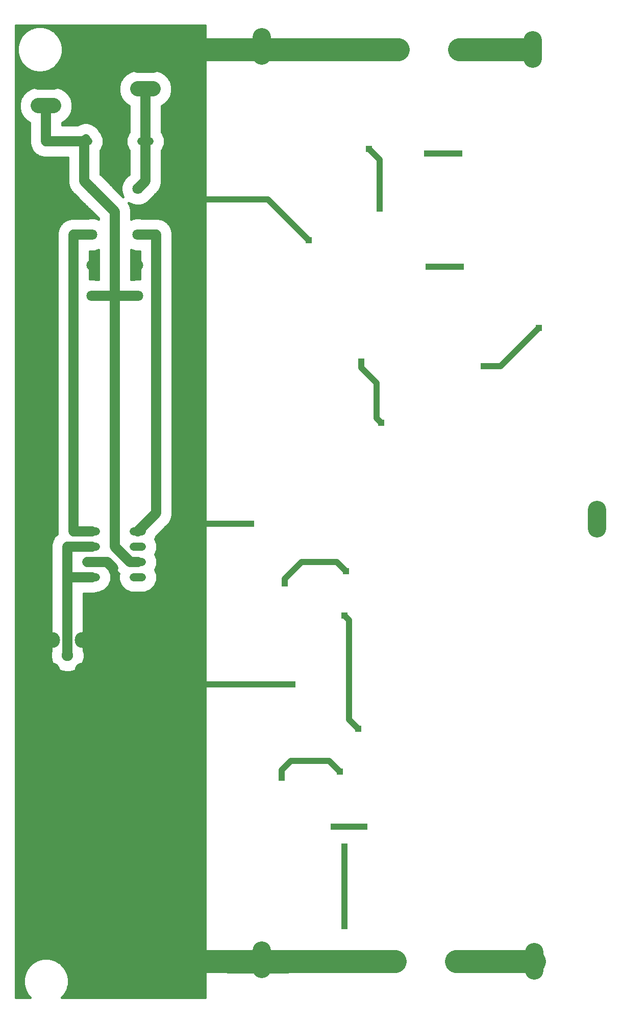
<source format=gbl>
G75*
%MOIN*%
%OFA0B0*%
%FSLAX25Y25*%
%IPPOS*%
%LPD*%
%AMOC8*
5,1,8,0,0,1.08239X$1,22.5*
%
%ADD10C,0.10039*%
%ADD11C,0.07500*%
%ADD12C,0.10500*%
%ADD13C,0.05200*%
%ADD14C,0.07087*%
%ADD15C,0.11850*%
%ADD16OC8,0.05200*%
%ADD17OC8,0.06000*%
%ADD18C,0.01600*%
%ADD19C,0.06600*%
%ADD20C,0.15000*%
%ADD21R,0.03962X0.03962*%
%ADD22C,0.05600*%
%ADD23C,0.04000*%
D10*
X0023780Y0592005D02*
X0033820Y0592005D01*
X0033820Y0607595D02*
X0023780Y0607595D01*
X0088780Y0603005D02*
X0098820Y0603005D01*
X0098820Y0618595D02*
X0088780Y0618595D01*
D11*
X0042800Y0232800D03*
D12*
X0032761Y0242839D03*
X0032761Y0222761D03*
X0052839Y0222761D03*
X0052839Y0242839D03*
D13*
X0056200Y0283800D02*
X0061400Y0283800D01*
X0061400Y0293800D02*
X0056200Y0293800D01*
X0056200Y0303800D02*
X0061400Y0303800D01*
X0061400Y0313800D02*
X0056200Y0313800D01*
X0086200Y0313800D02*
X0091400Y0313800D01*
X0091400Y0303800D02*
X0086200Y0303800D01*
X0086200Y0293800D02*
X0091400Y0293800D01*
X0091400Y0283800D02*
X0086200Y0283800D01*
X0091200Y0568800D02*
X0096400Y0568800D01*
X0056400Y0568800D02*
X0051200Y0568800D01*
D14*
X0058800Y0537800D03*
X0058800Y0507800D03*
X0058800Y0487800D03*
X0058800Y0467800D03*
X0088800Y0467800D03*
X0088800Y0487800D03*
X0088800Y0507800D03*
X0088800Y0537800D03*
D15*
X0169800Y0624875D02*
X0169800Y0636725D01*
X0346800Y0634725D02*
X0346800Y0622875D01*
X0388800Y0327725D02*
X0388800Y0315875D01*
X0347800Y0038725D02*
X0347800Y0026875D01*
X0169800Y0027875D02*
X0169800Y0039725D01*
D16*
X0028800Y0548800D03*
X0028800Y0568800D03*
D17*
X0258800Y0628800D03*
X0298800Y0628800D03*
X0296800Y0032800D03*
X0256800Y0032800D03*
D18*
X0009200Y0009200D02*
X0009200Y0644400D01*
X0132800Y0644400D01*
X0132800Y0009200D01*
X0039236Y0009200D01*
X0040703Y0010667D01*
X0042661Y0014058D01*
X0043675Y0017842D01*
X0043675Y0021758D01*
X0042661Y0025542D01*
X0040703Y0028933D01*
X0037933Y0031703D01*
X0034542Y0033661D01*
X0030758Y0034675D01*
X0026842Y0034675D01*
X0023058Y0033661D01*
X0019667Y0031703D01*
X0016897Y0028933D01*
X0014939Y0025542D01*
X0013925Y0021758D01*
X0013925Y0017842D01*
X0014939Y0014058D01*
X0016897Y0010667D01*
X0018364Y0009200D01*
X0009200Y0009200D01*
X0009200Y0009793D02*
X0017771Y0009793D01*
X0016479Y0011391D02*
X0009200Y0011391D01*
X0009200Y0012990D02*
X0015556Y0012990D01*
X0014797Y0014588D02*
X0009200Y0014588D01*
X0009200Y0016187D02*
X0014368Y0016187D01*
X0013940Y0017785D02*
X0009200Y0017785D01*
X0009200Y0019384D02*
X0013925Y0019384D01*
X0013925Y0020982D02*
X0009200Y0020982D01*
X0009200Y0022581D02*
X0014145Y0022581D01*
X0014574Y0024179D02*
X0009200Y0024179D01*
X0009200Y0025778D02*
X0015075Y0025778D01*
X0015998Y0027376D02*
X0009200Y0027376D01*
X0009200Y0028975D02*
X0016938Y0028975D01*
X0018537Y0030573D02*
X0009200Y0030573D01*
X0009200Y0032172D02*
X0020478Y0032172D01*
X0023465Y0033770D02*
X0009200Y0033770D01*
X0009200Y0035369D02*
X0132800Y0035369D01*
X0132800Y0036967D02*
X0009200Y0036967D01*
X0009200Y0038566D02*
X0132800Y0038566D01*
X0132800Y0040164D02*
X0009200Y0040164D01*
X0009200Y0041763D02*
X0132800Y0041763D01*
X0132800Y0043361D02*
X0009200Y0043361D01*
X0009200Y0044960D02*
X0132800Y0044960D01*
X0132800Y0046558D02*
X0009200Y0046558D01*
X0009200Y0048157D02*
X0132800Y0048157D01*
X0132800Y0049755D02*
X0009200Y0049755D01*
X0009200Y0051354D02*
X0132800Y0051354D01*
X0132800Y0052952D02*
X0009200Y0052952D01*
X0009200Y0054551D02*
X0132800Y0054551D01*
X0132800Y0056149D02*
X0009200Y0056149D01*
X0009200Y0057748D02*
X0132800Y0057748D01*
X0132800Y0059346D02*
X0009200Y0059346D01*
X0009200Y0060945D02*
X0132800Y0060945D01*
X0132800Y0062543D02*
X0009200Y0062543D01*
X0009200Y0064142D02*
X0132800Y0064142D01*
X0132800Y0065740D02*
X0009200Y0065740D01*
X0009200Y0067339D02*
X0132800Y0067339D01*
X0132800Y0068937D02*
X0009200Y0068937D01*
X0009200Y0070536D02*
X0132800Y0070536D01*
X0132800Y0072134D02*
X0009200Y0072134D01*
X0009200Y0073733D02*
X0132800Y0073733D01*
X0132800Y0075332D02*
X0009200Y0075332D01*
X0009200Y0076930D02*
X0132800Y0076930D01*
X0132800Y0078529D02*
X0009200Y0078529D01*
X0009200Y0080127D02*
X0132800Y0080127D01*
X0132800Y0081726D02*
X0009200Y0081726D01*
X0009200Y0083324D02*
X0132800Y0083324D01*
X0132800Y0084923D02*
X0009200Y0084923D01*
X0009200Y0086521D02*
X0132800Y0086521D01*
X0132800Y0088120D02*
X0009200Y0088120D01*
X0009200Y0089718D02*
X0132800Y0089718D01*
X0132800Y0091317D02*
X0009200Y0091317D01*
X0009200Y0092915D02*
X0132800Y0092915D01*
X0132800Y0094514D02*
X0009200Y0094514D01*
X0009200Y0096112D02*
X0132800Y0096112D01*
X0132800Y0097711D02*
X0009200Y0097711D01*
X0009200Y0099309D02*
X0132800Y0099309D01*
X0132800Y0100908D02*
X0009200Y0100908D01*
X0009200Y0102506D02*
X0132800Y0102506D01*
X0132800Y0104105D02*
X0009200Y0104105D01*
X0009200Y0105703D02*
X0132800Y0105703D01*
X0132800Y0107302D02*
X0009200Y0107302D01*
X0009200Y0108900D02*
X0132800Y0108900D01*
X0132800Y0110499D02*
X0009200Y0110499D01*
X0009200Y0112097D02*
X0132800Y0112097D01*
X0132800Y0113696D02*
X0009200Y0113696D01*
X0009200Y0115294D02*
X0132800Y0115294D01*
X0132800Y0116893D02*
X0009200Y0116893D01*
X0009200Y0118491D02*
X0132800Y0118491D01*
X0132800Y0120090D02*
X0009200Y0120090D01*
X0009200Y0121688D02*
X0132800Y0121688D01*
X0132800Y0123287D02*
X0009200Y0123287D01*
X0009200Y0124885D02*
X0132800Y0124885D01*
X0132800Y0126484D02*
X0009200Y0126484D01*
X0009200Y0128082D02*
X0132800Y0128082D01*
X0132800Y0129681D02*
X0009200Y0129681D01*
X0009200Y0131279D02*
X0132800Y0131279D01*
X0132800Y0132878D02*
X0009200Y0132878D01*
X0009200Y0134476D02*
X0132800Y0134476D01*
X0132800Y0136075D02*
X0009200Y0136075D01*
X0009200Y0137673D02*
X0132800Y0137673D01*
X0132800Y0139272D02*
X0009200Y0139272D01*
X0009200Y0140870D02*
X0132800Y0140870D01*
X0132800Y0142469D02*
X0009200Y0142469D01*
X0009200Y0144068D02*
X0132800Y0144068D01*
X0132800Y0145666D02*
X0009200Y0145666D01*
X0009200Y0147265D02*
X0132800Y0147265D01*
X0132800Y0148863D02*
X0009200Y0148863D01*
X0009200Y0150462D02*
X0132800Y0150462D01*
X0132800Y0152060D02*
X0009200Y0152060D01*
X0009200Y0153659D02*
X0132800Y0153659D01*
X0132800Y0155257D02*
X0009200Y0155257D01*
X0009200Y0156856D02*
X0132800Y0156856D01*
X0132800Y0158454D02*
X0009200Y0158454D01*
X0009200Y0160053D02*
X0132800Y0160053D01*
X0132800Y0161651D02*
X0009200Y0161651D01*
X0009200Y0163250D02*
X0132800Y0163250D01*
X0132800Y0164848D02*
X0009200Y0164848D01*
X0009200Y0166447D02*
X0132800Y0166447D01*
X0132800Y0168045D02*
X0009200Y0168045D01*
X0009200Y0169644D02*
X0132800Y0169644D01*
X0132800Y0171242D02*
X0009200Y0171242D01*
X0009200Y0172841D02*
X0132800Y0172841D01*
X0132800Y0174439D02*
X0009200Y0174439D01*
X0009200Y0176038D02*
X0132800Y0176038D01*
X0132800Y0177636D02*
X0009200Y0177636D01*
X0009200Y0179235D02*
X0132800Y0179235D01*
X0132800Y0180833D02*
X0009200Y0180833D01*
X0009200Y0182432D02*
X0132800Y0182432D01*
X0132800Y0184030D02*
X0009200Y0184030D01*
X0009200Y0185629D02*
X0132800Y0185629D01*
X0132800Y0187227D02*
X0009200Y0187227D01*
X0009200Y0188826D02*
X0132800Y0188826D01*
X0132800Y0190424D02*
X0009200Y0190424D01*
X0009200Y0192023D02*
X0132800Y0192023D01*
X0132800Y0193621D02*
X0009200Y0193621D01*
X0009200Y0195220D02*
X0132800Y0195220D01*
X0132800Y0196818D02*
X0009200Y0196818D01*
X0009200Y0198417D02*
X0132800Y0198417D01*
X0132800Y0200015D02*
X0009200Y0200015D01*
X0009200Y0201614D02*
X0132800Y0201614D01*
X0132800Y0203212D02*
X0009200Y0203212D01*
X0009200Y0204811D02*
X0132800Y0204811D01*
X0132800Y0206409D02*
X0009200Y0206409D01*
X0009200Y0208008D02*
X0132800Y0208008D01*
X0132800Y0209606D02*
X0009200Y0209606D01*
X0009200Y0211205D02*
X0132800Y0211205D01*
X0132800Y0212803D02*
X0009200Y0212803D01*
X0009200Y0214402D02*
X0132800Y0214402D01*
X0132800Y0216001D02*
X0009200Y0216001D01*
X0009200Y0217599D02*
X0132800Y0217599D01*
X0132800Y0219198D02*
X0009200Y0219198D01*
X0009200Y0220796D02*
X0132800Y0220796D01*
X0132800Y0222395D02*
X0047047Y0222395D01*
X0047104Y0222410D02*
X0049646Y0223878D01*
X0051722Y0225954D01*
X0053190Y0228496D01*
X0053950Y0231332D01*
X0053950Y0234268D01*
X0053500Y0235947D01*
X0053500Y0273100D01*
X0060209Y0273100D01*
X0062821Y0273800D01*
X0063389Y0273800D01*
X0067065Y0275322D01*
X0069878Y0278135D01*
X0071400Y0281811D01*
X0071400Y0285789D01*
X0069878Y0289465D01*
X0067065Y0292278D01*
X0063389Y0293800D01*
X0067065Y0295322D01*
X0067105Y0295363D01*
X0067230Y0295238D01*
X0067230Y0295238D01*
X0076340Y0286128D01*
X0076200Y0285789D01*
X0076200Y0281811D01*
X0077722Y0278135D01*
X0080535Y0275322D01*
X0084211Y0273800D01*
X0093389Y0273800D01*
X0097065Y0275322D01*
X0099878Y0278135D01*
X0101400Y0281811D01*
X0101400Y0285789D01*
X0100153Y0288800D01*
X0101400Y0291811D01*
X0101400Y0295789D01*
X0100153Y0298800D01*
X0101400Y0301811D01*
X0101400Y0305789D01*
X0100153Y0308800D01*
X0101016Y0310884D01*
X0109362Y0319230D01*
X0110771Y0321670D01*
X0111500Y0324391D01*
X0111500Y0509209D01*
X0110771Y0511930D01*
X0109362Y0514370D01*
X0107370Y0516362D01*
X0104930Y0517771D01*
X0102209Y0518500D01*
X0091149Y0518500D01*
X0090241Y0518743D01*
X0087359Y0518743D01*
X0084576Y0517998D01*
X0084500Y0517954D01*
X0084500Y0524209D01*
X0083771Y0526930D01*
X0082786Y0528636D01*
X0084576Y0527602D01*
X0087359Y0526857D01*
X0090241Y0526857D01*
X0093024Y0527602D01*
X0095519Y0529043D01*
X0097557Y0531081D01*
X0098027Y0531895D01*
X0102362Y0536230D01*
X0103771Y0538670D01*
X0104500Y0541391D01*
X0104500Y0562758D01*
X0104878Y0563135D01*
X0106400Y0566811D01*
X0106400Y0570789D01*
X0104878Y0574465D01*
X0104500Y0574842D01*
X0104500Y0591943D01*
X0106446Y0593066D01*
X0108758Y0595379D01*
X0110393Y0598211D01*
X0111239Y0601370D01*
X0111239Y0604640D01*
X0110393Y0607799D01*
X0108758Y0610631D01*
X0106446Y0612943D01*
X0103613Y0614578D01*
X0100455Y0615424D01*
X0087145Y0615424D01*
X0083986Y0614578D01*
X0081154Y0612943D01*
X0078842Y0610631D01*
X0077207Y0607799D01*
X0076361Y0604640D01*
X0076361Y0601370D01*
X0077207Y0598211D01*
X0078842Y0595379D01*
X0081154Y0593066D01*
X0083100Y0591943D01*
X0083100Y0574842D01*
X0082722Y0574465D01*
X0081200Y0570789D01*
X0081200Y0566811D01*
X0082722Y0563135D01*
X0083100Y0562758D01*
X0083100Y0547232D01*
X0082895Y0547027D01*
X0082081Y0546557D01*
X0080043Y0544519D01*
X0078602Y0542024D01*
X0077857Y0539241D01*
X0077857Y0536359D01*
X0078602Y0533576D01*
X0079212Y0532520D01*
X0068027Y0543705D01*
X0067557Y0544519D01*
X0065519Y0546557D01*
X0064705Y0547027D01*
X0064500Y0547232D01*
X0064500Y0562758D01*
X0064878Y0563135D01*
X0066400Y0566811D01*
X0066400Y0570789D01*
X0064878Y0574465D01*
X0063895Y0575447D01*
X0062962Y0577063D01*
X0061063Y0578962D01*
X0058737Y0580305D01*
X0056143Y0581000D01*
X0053457Y0581000D01*
X0050863Y0580305D01*
X0049469Y0579500D01*
X0039500Y0579500D01*
X0039500Y0580943D01*
X0041446Y0582066D01*
X0043758Y0584379D01*
X0045393Y0587211D01*
X0046239Y0590370D01*
X0046239Y0593640D01*
X0045393Y0596799D01*
X0043758Y0599631D01*
X0041446Y0601943D01*
X0038613Y0603578D01*
X0035455Y0604424D01*
X0022145Y0604424D01*
X0018986Y0603578D01*
X0016154Y0601943D01*
X0013842Y0599631D01*
X0012207Y0596799D01*
X0011361Y0593640D01*
X0011361Y0590370D01*
X0012207Y0587211D01*
X0013842Y0584379D01*
X0016154Y0582066D01*
X0018100Y0580943D01*
X0018100Y0567391D01*
X0018800Y0564779D01*
X0018800Y0564658D01*
X0018886Y0564572D01*
X0020238Y0562230D01*
X0022230Y0560238D01*
X0024572Y0558886D01*
X0024658Y0558800D01*
X0024779Y0558800D01*
X0027391Y0558100D01*
X0043100Y0558100D01*
X0043100Y0541391D01*
X0043829Y0538670D01*
X0045238Y0536230D01*
X0049573Y0531895D01*
X0050043Y0531081D01*
X0052081Y0529043D01*
X0052895Y0528573D01*
X0063100Y0518368D01*
X0063100Y0517954D01*
X0063024Y0517998D01*
X0060241Y0518743D01*
X0057359Y0518743D01*
X0056451Y0518500D01*
X0045391Y0518500D01*
X0042670Y0517771D01*
X0040230Y0516362D01*
X0038238Y0514370D01*
X0036829Y0511930D01*
X0036100Y0509209D01*
X0036100Y0312391D01*
X0036134Y0312266D01*
X0034238Y0310370D01*
X0032829Y0307930D01*
X0032100Y0305209D01*
X0032100Y0235947D01*
X0031650Y0234268D01*
X0031650Y0231332D01*
X0032410Y0228496D01*
X0033878Y0225954D01*
X0035954Y0223878D01*
X0038496Y0222410D01*
X0041332Y0221650D01*
X0044268Y0221650D01*
X0047104Y0222410D01*
X0049762Y0223993D02*
X0132800Y0223993D01*
X0132800Y0225592D02*
X0051360Y0225592D01*
X0052436Y0227190D02*
X0132800Y0227190D01*
X0132800Y0228789D02*
X0053268Y0228789D01*
X0053697Y0230387D02*
X0132800Y0230387D01*
X0132800Y0231986D02*
X0053950Y0231986D01*
X0053950Y0233584D02*
X0132800Y0233584D01*
X0132800Y0235183D02*
X0053705Y0235183D01*
X0053500Y0236781D02*
X0132800Y0236781D01*
X0132800Y0238380D02*
X0053500Y0238380D01*
X0053500Y0239978D02*
X0132800Y0239978D01*
X0132800Y0241577D02*
X0053500Y0241577D01*
X0053500Y0243175D02*
X0132800Y0243175D01*
X0132800Y0244774D02*
X0053500Y0244774D01*
X0053500Y0246372D02*
X0132800Y0246372D01*
X0132800Y0247971D02*
X0053500Y0247971D01*
X0053500Y0249569D02*
X0132800Y0249569D01*
X0132800Y0251168D02*
X0053500Y0251168D01*
X0053500Y0252766D02*
X0132800Y0252766D01*
X0132800Y0254365D02*
X0053500Y0254365D01*
X0053500Y0255963D02*
X0132800Y0255963D01*
X0132800Y0257562D02*
X0053500Y0257562D01*
X0053500Y0259160D02*
X0132800Y0259160D01*
X0132800Y0260759D02*
X0053500Y0260759D01*
X0053500Y0262357D02*
X0132800Y0262357D01*
X0132800Y0263956D02*
X0053500Y0263956D01*
X0053500Y0265554D02*
X0132800Y0265554D01*
X0132800Y0267153D02*
X0053500Y0267153D01*
X0053500Y0268751D02*
X0132800Y0268751D01*
X0132800Y0270350D02*
X0053500Y0270350D01*
X0053500Y0271948D02*
X0132800Y0271948D01*
X0132800Y0273547D02*
X0061877Y0273547D01*
X0066637Y0275145D02*
X0080963Y0275145D01*
X0079114Y0276744D02*
X0068486Y0276744D01*
X0069963Y0278342D02*
X0077637Y0278342D01*
X0076975Y0279941D02*
X0070625Y0279941D01*
X0071288Y0281539D02*
X0076312Y0281539D01*
X0076200Y0283138D02*
X0071400Y0283138D01*
X0071400Y0284737D02*
X0076200Y0284737D01*
X0076133Y0286335D02*
X0071174Y0286335D01*
X0070512Y0287934D02*
X0074534Y0287934D01*
X0072936Y0289532D02*
X0069810Y0289532D01*
X0071337Y0291131D02*
X0068212Y0291131D01*
X0069739Y0292729D02*
X0065975Y0292729D01*
X0064663Y0294328D02*
X0068140Y0294328D01*
X0063389Y0293800D02*
X0062821Y0293800D01*
X0062821Y0293800D01*
X0063389Y0293800D01*
X0035779Y0311911D02*
X0009200Y0311911D01*
X0009200Y0310313D02*
X0034205Y0310313D01*
X0033282Y0308714D02*
X0009200Y0308714D01*
X0009200Y0307116D02*
X0032611Y0307116D01*
X0032183Y0305517D02*
X0009200Y0305517D01*
X0009200Y0303919D02*
X0032100Y0303919D01*
X0032100Y0302320D02*
X0009200Y0302320D01*
X0009200Y0300722D02*
X0032100Y0300722D01*
X0032100Y0299123D02*
X0009200Y0299123D01*
X0009200Y0297525D02*
X0032100Y0297525D01*
X0032100Y0295926D02*
X0009200Y0295926D01*
X0009200Y0294328D02*
X0032100Y0294328D01*
X0032100Y0292729D02*
X0009200Y0292729D01*
X0009200Y0291131D02*
X0032100Y0291131D01*
X0032100Y0289532D02*
X0009200Y0289532D01*
X0009200Y0287934D02*
X0032100Y0287934D01*
X0032100Y0286335D02*
X0009200Y0286335D01*
X0009200Y0284737D02*
X0032100Y0284737D01*
X0032100Y0283138D02*
X0009200Y0283138D01*
X0009200Y0281539D02*
X0032100Y0281539D01*
X0032100Y0279941D02*
X0009200Y0279941D01*
X0009200Y0278342D02*
X0032100Y0278342D01*
X0032100Y0276744D02*
X0009200Y0276744D01*
X0009200Y0275145D02*
X0032100Y0275145D01*
X0032100Y0273547D02*
X0009200Y0273547D01*
X0009200Y0271948D02*
X0032100Y0271948D01*
X0032100Y0270350D02*
X0009200Y0270350D01*
X0009200Y0268751D02*
X0032100Y0268751D01*
X0032100Y0267153D02*
X0009200Y0267153D01*
X0009200Y0265554D02*
X0032100Y0265554D01*
X0032100Y0263956D02*
X0009200Y0263956D01*
X0009200Y0262357D02*
X0032100Y0262357D01*
X0032100Y0260759D02*
X0009200Y0260759D01*
X0009200Y0259160D02*
X0032100Y0259160D01*
X0032100Y0257562D02*
X0009200Y0257562D01*
X0009200Y0255963D02*
X0032100Y0255963D01*
X0032100Y0254365D02*
X0009200Y0254365D01*
X0009200Y0252766D02*
X0032100Y0252766D01*
X0032100Y0251168D02*
X0009200Y0251168D01*
X0009200Y0249569D02*
X0032100Y0249569D01*
X0032100Y0247971D02*
X0009200Y0247971D01*
X0009200Y0246372D02*
X0032100Y0246372D01*
X0032100Y0244774D02*
X0009200Y0244774D01*
X0009200Y0243175D02*
X0032100Y0243175D01*
X0032100Y0241577D02*
X0009200Y0241577D01*
X0009200Y0239978D02*
X0032100Y0239978D01*
X0032100Y0238380D02*
X0009200Y0238380D01*
X0009200Y0236781D02*
X0032100Y0236781D01*
X0031895Y0235183D02*
X0009200Y0235183D01*
X0009200Y0233584D02*
X0031650Y0233584D01*
X0031650Y0231986D02*
X0009200Y0231986D01*
X0009200Y0230387D02*
X0031903Y0230387D01*
X0032332Y0228789D02*
X0009200Y0228789D01*
X0009200Y0227190D02*
X0033164Y0227190D01*
X0034240Y0225592D02*
X0009200Y0225592D01*
X0009200Y0223993D02*
X0035838Y0223993D01*
X0038553Y0222395D02*
X0009200Y0222395D01*
X0009200Y0313510D02*
X0036100Y0313510D01*
X0036100Y0315108D02*
X0009200Y0315108D01*
X0009200Y0316707D02*
X0036100Y0316707D01*
X0036100Y0318305D02*
X0009200Y0318305D01*
X0009200Y0319904D02*
X0036100Y0319904D01*
X0036100Y0321502D02*
X0009200Y0321502D01*
X0009200Y0323101D02*
X0036100Y0323101D01*
X0036100Y0324699D02*
X0009200Y0324699D01*
X0009200Y0326298D02*
X0036100Y0326298D01*
X0036100Y0327896D02*
X0009200Y0327896D01*
X0009200Y0329495D02*
X0036100Y0329495D01*
X0036100Y0331093D02*
X0009200Y0331093D01*
X0009200Y0332692D02*
X0036100Y0332692D01*
X0036100Y0334290D02*
X0009200Y0334290D01*
X0009200Y0335889D02*
X0036100Y0335889D01*
X0036100Y0337487D02*
X0009200Y0337487D01*
X0009200Y0339086D02*
X0036100Y0339086D01*
X0036100Y0340684D02*
X0009200Y0340684D01*
X0009200Y0342283D02*
X0036100Y0342283D01*
X0036100Y0343881D02*
X0009200Y0343881D01*
X0009200Y0345480D02*
X0036100Y0345480D01*
X0036100Y0347078D02*
X0009200Y0347078D01*
X0009200Y0348677D02*
X0036100Y0348677D01*
X0036100Y0350275D02*
X0009200Y0350275D01*
X0009200Y0351874D02*
X0036100Y0351874D01*
X0036100Y0353472D02*
X0009200Y0353472D01*
X0009200Y0355071D02*
X0036100Y0355071D01*
X0036100Y0356670D02*
X0009200Y0356670D01*
X0009200Y0358268D02*
X0036100Y0358268D01*
X0036100Y0359867D02*
X0009200Y0359867D01*
X0009200Y0361465D02*
X0036100Y0361465D01*
X0036100Y0363064D02*
X0009200Y0363064D01*
X0009200Y0364662D02*
X0036100Y0364662D01*
X0036100Y0366261D02*
X0009200Y0366261D01*
X0009200Y0367859D02*
X0036100Y0367859D01*
X0036100Y0369458D02*
X0009200Y0369458D01*
X0009200Y0371056D02*
X0036100Y0371056D01*
X0036100Y0372655D02*
X0009200Y0372655D01*
X0009200Y0374253D02*
X0036100Y0374253D01*
X0036100Y0375852D02*
X0009200Y0375852D01*
X0009200Y0377450D02*
X0036100Y0377450D01*
X0036100Y0379049D02*
X0009200Y0379049D01*
X0009200Y0380647D02*
X0036100Y0380647D01*
X0036100Y0382246D02*
X0009200Y0382246D01*
X0009200Y0383844D02*
X0036100Y0383844D01*
X0036100Y0385443D02*
X0009200Y0385443D01*
X0009200Y0387041D02*
X0036100Y0387041D01*
X0036100Y0388640D02*
X0009200Y0388640D01*
X0009200Y0390238D02*
X0036100Y0390238D01*
X0036100Y0391837D02*
X0009200Y0391837D01*
X0009200Y0393435D02*
X0036100Y0393435D01*
X0036100Y0395034D02*
X0009200Y0395034D01*
X0009200Y0396632D02*
X0036100Y0396632D01*
X0036100Y0398231D02*
X0009200Y0398231D01*
X0009200Y0399829D02*
X0036100Y0399829D01*
X0036100Y0401428D02*
X0009200Y0401428D01*
X0009200Y0403026D02*
X0036100Y0403026D01*
X0036100Y0404625D02*
X0009200Y0404625D01*
X0009200Y0406223D02*
X0036100Y0406223D01*
X0036100Y0407822D02*
X0009200Y0407822D01*
X0009200Y0409420D02*
X0036100Y0409420D01*
X0036100Y0411019D02*
X0009200Y0411019D01*
X0009200Y0412617D02*
X0036100Y0412617D01*
X0036100Y0414216D02*
X0009200Y0414216D01*
X0009200Y0415814D02*
X0036100Y0415814D01*
X0036100Y0417413D02*
X0009200Y0417413D01*
X0009200Y0419011D02*
X0036100Y0419011D01*
X0036100Y0420610D02*
X0009200Y0420610D01*
X0009200Y0422208D02*
X0036100Y0422208D01*
X0036100Y0423807D02*
X0009200Y0423807D01*
X0009200Y0425405D02*
X0036100Y0425405D01*
X0036100Y0427004D02*
X0009200Y0427004D01*
X0009200Y0428603D02*
X0036100Y0428603D01*
X0036100Y0430201D02*
X0009200Y0430201D01*
X0009200Y0431800D02*
X0036100Y0431800D01*
X0036100Y0433398D02*
X0009200Y0433398D01*
X0009200Y0434997D02*
X0036100Y0434997D01*
X0036100Y0436595D02*
X0009200Y0436595D01*
X0009200Y0438194D02*
X0036100Y0438194D01*
X0036100Y0439792D02*
X0009200Y0439792D01*
X0009200Y0441391D02*
X0036100Y0441391D01*
X0036100Y0442989D02*
X0009200Y0442989D01*
X0009200Y0444588D02*
X0036100Y0444588D01*
X0036100Y0446186D02*
X0009200Y0446186D01*
X0009200Y0447785D02*
X0036100Y0447785D01*
X0036100Y0449383D02*
X0009200Y0449383D01*
X0009200Y0450982D02*
X0036100Y0450982D01*
X0036100Y0452580D02*
X0009200Y0452580D01*
X0009200Y0454179D02*
X0036100Y0454179D01*
X0036100Y0455777D02*
X0009200Y0455777D01*
X0009200Y0457376D02*
X0036100Y0457376D01*
X0036100Y0458974D02*
X0009200Y0458974D01*
X0009200Y0460573D02*
X0036100Y0460573D01*
X0036100Y0462171D02*
X0009200Y0462171D01*
X0009200Y0463770D02*
X0036100Y0463770D01*
X0036100Y0465368D02*
X0009200Y0465368D01*
X0009200Y0466967D02*
X0036100Y0466967D01*
X0036100Y0468565D02*
X0009200Y0468565D01*
X0009200Y0470164D02*
X0036100Y0470164D01*
X0036100Y0471762D02*
X0009200Y0471762D01*
X0009200Y0473361D02*
X0036100Y0473361D01*
X0036100Y0474959D02*
X0009200Y0474959D01*
X0009200Y0476558D02*
X0036100Y0476558D01*
X0036100Y0478156D02*
X0009200Y0478156D01*
X0009200Y0479755D02*
X0036100Y0479755D01*
X0036100Y0481353D02*
X0009200Y0481353D01*
X0009200Y0482952D02*
X0036100Y0482952D01*
X0036100Y0484550D02*
X0009200Y0484550D01*
X0009200Y0486149D02*
X0036100Y0486149D01*
X0036100Y0487747D02*
X0009200Y0487747D01*
X0009200Y0489346D02*
X0036100Y0489346D01*
X0036100Y0490944D02*
X0009200Y0490944D01*
X0009200Y0492543D02*
X0036100Y0492543D01*
X0036100Y0494141D02*
X0009200Y0494141D01*
X0009200Y0495740D02*
X0036100Y0495740D01*
X0036100Y0497339D02*
X0009200Y0497339D01*
X0009200Y0498937D02*
X0036100Y0498937D01*
X0036100Y0500536D02*
X0009200Y0500536D01*
X0009200Y0502134D02*
X0036100Y0502134D01*
X0036100Y0503733D02*
X0009200Y0503733D01*
X0009200Y0505331D02*
X0036100Y0505331D01*
X0036100Y0506930D02*
X0009200Y0506930D01*
X0009200Y0508528D02*
X0036100Y0508528D01*
X0036346Y0510127D02*
X0009200Y0510127D01*
X0009200Y0511725D02*
X0036774Y0511725D01*
X0037634Y0513324D02*
X0009200Y0513324D01*
X0009200Y0514922D02*
X0038790Y0514922D01*
X0040505Y0516521D02*
X0009200Y0516521D01*
X0009200Y0518119D02*
X0043970Y0518119D01*
X0051815Y0529309D02*
X0009200Y0529309D01*
X0009200Y0530907D02*
X0050217Y0530907D01*
X0048962Y0532506D02*
X0009200Y0532506D01*
X0009200Y0534104D02*
X0047364Y0534104D01*
X0045765Y0535703D02*
X0009200Y0535703D01*
X0009200Y0537301D02*
X0044619Y0537301D01*
X0043768Y0538900D02*
X0009200Y0538900D01*
X0009200Y0540498D02*
X0043339Y0540498D01*
X0043100Y0542097D02*
X0009200Y0542097D01*
X0009200Y0543695D02*
X0043100Y0543695D01*
X0043100Y0545294D02*
X0009200Y0545294D01*
X0009200Y0546892D02*
X0043100Y0546892D01*
X0043100Y0548491D02*
X0009200Y0548491D01*
X0009200Y0550089D02*
X0043100Y0550089D01*
X0043100Y0551688D02*
X0009200Y0551688D01*
X0009200Y0553286D02*
X0043100Y0553286D01*
X0043100Y0554885D02*
X0009200Y0554885D01*
X0009200Y0556483D02*
X0043100Y0556483D01*
X0043100Y0558082D02*
X0009200Y0558082D01*
X0009200Y0559680D02*
X0023196Y0559680D01*
X0021189Y0561279D02*
X0009200Y0561279D01*
X0009200Y0562877D02*
X0019864Y0562877D01*
X0018941Y0564476D02*
X0009200Y0564476D01*
X0009200Y0566074D02*
X0018453Y0566074D01*
X0018100Y0567673D02*
X0009200Y0567673D01*
X0009200Y0569272D02*
X0018100Y0569272D01*
X0018100Y0570870D02*
X0009200Y0570870D01*
X0009200Y0572469D02*
X0018100Y0572469D01*
X0018100Y0574067D02*
X0009200Y0574067D01*
X0009200Y0575666D02*
X0018100Y0575666D01*
X0018100Y0577264D02*
X0009200Y0577264D01*
X0009200Y0578863D02*
X0018100Y0578863D01*
X0018100Y0580461D02*
X0009200Y0580461D01*
X0009200Y0582060D02*
X0016166Y0582060D01*
X0014563Y0583658D02*
X0009200Y0583658D01*
X0009200Y0585257D02*
X0013335Y0585257D01*
X0012412Y0586855D02*
X0009200Y0586855D01*
X0009200Y0588454D02*
X0011874Y0588454D01*
X0011446Y0590052D02*
X0009200Y0590052D01*
X0009200Y0591651D02*
X0011361Y0591651D01*
X0011361Y0593249D02*
X0009200Y0593249D01*
X0009200Y0594848D02*
X0011684Y0594848D01*
X0012113Y0596446D02*
X0009200Y0596446D01*
X0009200Y0598045D02*
X0012927Y0598045D01*
X0013855Y0599643D02*
X0009200Y0599643D01*
X0009200Y0601242D02*
X0015453Y0601242D01*
X0017709Y0602840D02*
X0009200Y0602840D01*
X0009200Y0604439D02*
X0076361Y0604439D01*
X0076361Y0602840D02*
X0039891Y0602840D01*
X0042147Y0601242D02*
X0076395Y0601242D01*
X0076823Y0599643D02*
X0043745Y0599643D01*
X0044673Y0598045D02*
X0077303Y0598045D01*
X0078226Y0596446D02*
X0045487Y0596446D01*
X0045916Y0594848D02*
X0079373Y0594848D01*
X0080972Y0593249D02*
X0046239Y0593249D01*
X0046239Y0591651D02*
X0083100Y0591651D01*
X0083100Y0590052D02*
X0046154Y0590052D01*
X0045726Y0588454D02*
X0083100Y0588454D01*
X0083100Y0586855D02*
X0045188Y0586855D01*
X0044265Y0585257D02*
X0083100Y0585257D01*
X0083100Y0583658D02*
X0043037Y0583658D01*
X0041434Y0582060D02*
X0083100Y0582060D01*
X0083100Y0580461D02*
X0058154Y0580461D01*
X0061162Y0578863D02*
X0083100Y0578863D01*
X0083100Y0577264D02*
X0062761Y0577264D01*
X0063769Y0575666D02*
X0083100Y0575666D01*
X0082558Y0574067D02*
X0065042Y0574067D01*
X0065704Y0572469D02*
X0081896Y0572469D01*
X0081234Y0570870D02*
X0066366Y0570870D01*
X0066400Y0569272D02*
X0081200Y0569272D01*
X0081200Y0567673D02*
X0066400Y0567673D01*
X0066095Y0566074D02*
X0081505Y0566074D01*
X0082167Y0564476D02*
X0065433Y0564476D01*
X0064620Y0562877D02*
X0082980Y0562877D01*
X0083100Y0561279D02*
X0064500Y0561279D01*
X0064500Y0559680D02*
X0083100Y0559680D01*
X0083100Y0558082D02*
X0064500Y0558082D01*
X0064500Y0556483D02*
X0083100Y0556483D01*
X0083100Y0554885D02*
X0064500Y0554885D01*
X0064500Y0553286D02*
X0083100Y0553286D01*
X0083100Y0551688D02*
X0064500Y0551688D01*
X0064500Y0550089D02*
X0083100Y0550089D01*
X0083100Y0548491D02*
X0064500Y0548491D01*
X0064938Y0546892D02*
X0082662Y0546892D01*
X0080818Y0545294D02*
X0066782Y0545294D01*
X0068037Y0543695D02*
X0079567Y0543695D01*
X0078645Y0542097D02*
X0069635Y0542097D01*
X0071234Y0540498D02*
X0078194Y0540498D01*
X0077857Y0538900D02*
X0072832Y0538900D01*
X0074431Y0537301D02*
X0077857Y0537301D01*
X0078033Y0535703D02*
X0076029Y0535703D01*
X0077628Y0534104D02*
X0078461Y0534104D01*
X0083320Y0527710D02*
X0084389Y0527710D01*
X0083990Y0526112D02*
X0132800Y0526112D01*
X0132800Y0527710D02*
X0093211Y0527710D01*
X0095785Y0529309D02*
X0132800Y0529309D01*
X0132800Y0530907D02*
X0097383Y0530907D01*
X0098638Y0532506D02*
X0132800Y0532506D01*
X0132800Y0534104D02*
X0100236Y0534104D01*
X0101835Y0535703D02*
X0132800Y0535703D01*
X0132800Y0537301D02*
X0102981Y0537301D01*
X0103832Y0538900D02*
X0132800Y0538900D01*
X0132800Y0540498D02*
X0104261Y0540498D01*
X0104500Y0542097D02*
X0132800Y0542097D01*
X0132800Y0543695D02*
X0104500Y0543695D01*
X0104500Y0545294D02*
X0132800Y0545294D01*
X0132800Y0546892D02*
X0104500Y0546892D01*
X0104500Y0548491D02*
X0132800Y0548491D01*
X0132800Y0550089D02*
X0104500Y0550089D01*
X0104500Y0551688D02*
X0132800Y0551688D01*
X0132800Y0553286D02*
X0104500Y0553286D01*
X0104500Y0554885D02*
X0132800Y0554885D01*
X0132800Y0556483D02*
X0104500Y0556483D01*
X0104500Y0558082D02*
X0132800Y0558082D01*
X0132800Y0559680D02*
X0104500Y0559680D01*
X0104500Y0561279D02*
X0132800Y0561279D01*
X0132800Y0562877D02*
X0104620Y0562877D01*
X0105433Y0564476D02*
X0132800Y0564476D01*
X0132800Y0566074D02*
X0106095Y0566074D01*
X0106400Y0567673D02*
X0132800Y0567673D01*
X0132800Y0569272D02*
X0106400Y0569272D01*
X0106366Y0570870D02*
X0132800Y0570870D01*
X0132800Y0572469D02*
X0105704Y0572469D01*
X0105042Y0574067D02*
X0132800Y0574067D01*
X0132800Y0575666D02*
X0104500Y0575666D01*
X0104500Y0577264D02*
X0132800Y0577264D01*
X0132800Y0578863D02*
X0104500Y0578863D01*
X0104500Y0580461D02*
X0132800Y0580461D01*
X0132800Y0582060D02*
X0104500Y0582060D01*
X0104500Y0583658D02*
X0132800Y0583658D01*
X0132800Y0585257D02*
X0104500Y0585257D01*
X0104500Y0586855D02*
X0132800Y0586855D01*
X0132800Y0588454D02*
X0104500Y0588454D01*
X0104500Y0590052D02*
X0132800Y0590052D01*
X0132800Y0591651D02*
X0104500Y0591651D01*
X0106628Y0593249D02*
X0132800Y0593249D01*
X0132800Y0594848D02*
X0108227Y0594848D01*
X0109374Y0596446D02*
X0132800Y0596446D01*
X0132800Y0598045D02*
X0110297Y0598045D01*
X0110777Y0599643D02*
X0132800Y0599643D01*
X0132800Y0601242D02*
X0111205Y0601242D01*
X0111239Y0602840D02*
X0132800Y0602840D01*
X0132800Y0604439D02*
X0111239Y0604439D01*
X0110865Y0606037D02*
X0132800Y0606037D01*
X0132800Y0607636D02*
X0110437Y0607636D01*
X0109564Y0609234D02*
X0132800Y0609234D01*
X0132800Y0610833D02*
X0108556Y0610833D01*
X0106957Y0612431D02*
X0132800Y0612431D01*
X0132800Y0614030D02*
X0104563Y0614030D01*
X0083037Y0614030D02*
X0027150Y0614030D01*
X0026758Y0613925D02*
X0030542Y0614939D01*
X0033933Y0616897D01*
X0036703Y0619667D01*
X0038661Y0623058D01*
X0039675Y0626842D01*
X0039675Y0630758D01*
X0038661Y0634542D01*
X0036703Y0637933D01*
X0033933Y0640703D01*
X0030542Y0642661D01*
X0026758Y0643675D01*
X0022842Y0643675D01*
X0019058Y0642661D01*
X0015667Y0640703D01*
X0012897Y0637933D01*
X0010939Y0634542D01*
X0009925Y0630758D01*
X0009925Y0626842D01*
X0010939Y0623058D01*
X0012897Y0619667D01*
X0015667Y0616897D01*
X0019058Y0614939D01*
X0022842Y0613925D01*
X0026758Y0613925D01*
X0022450Y0614030D02*
X0009200Y0614030D01*
X0009200Y0615628D02*
X0017864Y0615628D01*
X0015337Y0617227D02*
X0009200Y0617227D01*
X0009200Y0618825D02*
X0013738Y0618825D01*
X0012460Y0620424D02*
X0009200Y0620424D01*
X0009200Y0622022D02*
X0011537Y0622022D01*
X0010788Y0623621D02*
X0009200Y0623621D01*
X0009200Y0625219D02*
X0010360Y0625219D01*
X0009931Y0626818D02*
X0009200Y0626818D01*
X0009200Y0628416D02*
X0009925Y0628416D01*
X0009925Y0630015D02*
X0009200Y0630015D01*
X0009200Y0631613D02*
X0010154Y0631613D01*
X0010582Y0633212D02*
X0009200Y0633212D01*
X0009200Y0634810D02*
X0011094Y0634810D01*
X0012017Y0636409D02*
X0009200Y0636409D01*
X0009200Y0638008D02*
X0012971Y0638008D01*
X0014570Y0639606D02*
X0009200Y0639606D01*
X0009200Y0641205D02*
X0016535Y0641205D01*
X0019588Y0642803D02*
X0009200Y0642803D01*
X0030012Y0642803D02*
X0132800Y0642803D01*
X0132800Y0641205D02*
X0033065Y0641205D01*
X0035030Y0639606D02*
X0132800Y0639606D01*
X0132800Y0638008D02*
X0036629Y0638008D01*
X0037583Y0636409D02*
X0132800Y0636409D01*
X0132800Y0634810D02*
X0038506Y0634810D01*
X0039018Y0633212D02*
X0132800Y0633212D01*
X0132800Y0631613D02*
X0039446Y0631613D01*
X0039675Y0630015D02*
X0132800Y0630015D01*
X0132800Y0628416D02*
X0039675Y0628416D01*
X0039669Y0626818D02*
X0132800Y0626818D01*
X0132800Y0625219D02*
X0039240Y0625219D01*
X0038812Y0623621D02*
X0132800Y0623621D01*
X0132800Y0622022D02*
X0038063Y0622022D01*
X0037140Y0620424D02*
X0132800Y0620424D01*
X0132800Y0618825D02*
X0035862Y0618825D01*
X0034263Y0617227D02*
X0132800Y0617227D01*
X0132800Y0615628D02*
X0031736Y0615628D01*
X0009200Y0612431D02*
X0080643Y0612431D01*
X0079044Y0610833D02*
X0009200Y0610833D01*
X0009200Y0609234D02*
X0078036Y0609234D01*
X0077163Y0607636D02*
X0009200Y0607636D01*
X0009200Y0606037D02*
X0076735Y0606037D01*
X0051446Y0580461D02*
X0039500Y0580461D01*
X0053758Y0527710D02*
X0009200Y0527710D01*
X0009200Y0526112D02*
X0055356Y0526112D01*
X0056955Y0524513D02*
X0009200Y0524513D01*
X0009200Y0522915D02*
X0058553Y0522915D01*
X0060152Y0521316D02*
X0009200Y0521316D01*
X0009200Y0519718D02*
X0061750Y0519718D01*
X0062570Y0518119D02*
X0063100Y0518119D01*
X0063100Y0497646D02*
X0063100Y0478500D01*
X0061149Y0478500D01*
X0060241Y0478743D01*
X0057500Y0478743D01*
X0057500Y0496857D01*
X0060241Y0496857D01*
X0063024Y0497602D01*
X0063100Y0497646D01*
X0063100Y0497339D02*
X0062039Y0497339D01*
X0063100Y0495740D02*
X0057500Y0495740D01*
X0057500Y0494141D02*
X0063100Y0494141D01*
X0063100Y0492543D02*
X0057500Y0492543D01*
X0057500Y0490944D02*
X0063100Y0490944D01*
X0063100Y0489346D02*
X0057500Y0489346D01*
X0057500Y0487747D02*
X0063100Y0487747D01*
X0063100Y0486149D02*
X0057500Y0486149D01*
X0057500Y0484550D02*
X0063100Y0484550D01*
X0063100Y0482952D02*
X0057500Y0482952D01*
X0057500Y0481353D02*
X0063100Y0481353D01*
X0063100Y0479755D02*
X0057500Y0479755D01*
X0084500Y0479755D02*
X0090100Y0479755D01*
X0090100Y0478743D02*
X0087359Y0478743D01*
X0086451Y0478500D01*
X0084500Y0478500D01*
X0084500Y0497646D01*
X0084576Y0497602D01*
X0087359Y0496857D01*
X0090100Y0496857D01*
X0090100Y0478743D01*
X0090100Y0481353D02*
X0084500Y0481353D01*
X0084500Y0482952D02*
X0090100Y0482952D01*
X0090100Y0484550D02*
X0084500Y0484550D01*
X0084500Y0486149D02*
X0090100Y0486149D01*
X0090100Y0487747D02*
X0084500Y0487747D01*
X0084500Y0489346D02*
X0090100Y0489346D01*
X0090100Y0490944D02*
X0084500Y0490944D01*
X0084500Y0492543D02*
X0090100Y0492543D01*
X0090100Y0494141D02*
X0084500Y0494141D01*
X0084500Y0495740D02*
X0090100Y0495740D01*
X0085561Y0497339D02*
X0084500Y0497339D01*
X0084500Y0518119D02*
X0085030Y0518119D01*
X0084500Y0519718D02*
X0132800Y0519718D01*
X0132800Y0521316D02*
X0084500Y0521316D01*
X0084500Y0522915D02*
X0132800Y0522915D01*
X0132800Y0524513D02*
X0084418Y0524513D01*
X0103630Y0518119D02*
X0132800Y0518119D01*
X0132800Y0516521D02*
X0107095Y0516521D01*
X0108810Y0514922D02*
X0132800Y0514922D01*
X0132800Y0513324D02*
X0109966Y0513324D01*
X0110826Y0511725D02*
X0132800Y0511725D01*
X0132800Y0510127D02*
X0111254Y0510127D01*
X0111500Y0508528D02*
X0132800Y0508528D01*
X0132800Y0506930D02*
X0111500Y0506930D01*
X0111500Y0505331D02*
X0132800Y0505331D01*
X0132800Y0503733D02*
X0111500Y0503733D01*
X0111500Y0502134D02*
X0132800Y0502134D01*
X0132800Y0500536D02*
X0111500Y0500536D01*
X0111500Y0498937D02*
X0132800Y0498937D01*
X0132800Y0497339D02*
X0111500Y0497339D01*
X0111500Y0495740D02*
X0132800Y0495740D01*
X0132800Y0494141D02*
X0111500Y0494141D01*
X0111500Y0492543D02*
X0132800Y0492543D01*
X0132800Y0490944D02*
X0111500Y0490944D01*
X0111500Y0489346D02*
X0132800Y0489346D01*
X0132800Y0487747D02*
X0111500Y0487747D01*
X0111500Y0486149D02*
X0132800Y0486149D01*
X0132800Y0484550D02*
X0111500Y0484550D01*
X0111500Y0482952D02*
X0132800Y0482952D01*
X0132800Y0481353D02*
X0111500Y0481353D01*
X0111500Y0479755D02*
X0132800Y0479755D01*
X0132800Y0478156D02*
X0111500Y0478156D01*
X0111500Y0476558D02*
X0132800Y0476558D01*
X0132800Y0474959D02*
X0111500Y0474959D01*
X0111500Y0473361D02*
X0132800Y0473361D01*
X0132800Y0471762D02*
X0111500Y0471762D01*
X0111500Y0470164D02*
X0132800Y0470164D01*
X0132800Y0468565D02*
X0111500Y0468565D01*
X0111500Y0466967D02*
X0132800Y0466967D01*
X0132800Y0465368D02*
X0111500Y0465368D01*
X0111500Y0463770D02*
X0132800Y0463770D01*
X0132800Y0462171D02*
X0111500Y0462171D01*
X0111500Y0460573D02*
X0132800Y0460573D01*
X0132800Y0458974D02*
X0111500Y0458974D01*
X0111500Y0457376D02*
X0132800Y0457376D01*
X0132800Y0455777D02*
X0111500Y0455777D01*
X0111500Y0454179D02*
X0132800Y0454179D01*
X0132800Y0452580D02*
X0111500Y0452580D01*
X0111500Y0450982D02*
X0132800Y0450982D01*
X0132800Y0449383D02*
X0111500Y0449383D01*
X0111500Y0447785D02*
X0132800Y0447785D01*
X0132800Y0446186D02*
X0111500Y0446186D01*
X0111500Y0444588D02*
X0132800Y0444588D01*
X0132800Y0442989D02*
X0111500Y0442989D01*
X0111500Y0441391D02*
X0132800Y0441391D01*
X0132800Y0439792D02*
X0111500Y0439792D01*
X0111500Y0438194D02*
X0132800Y0438194D01*
X0132800Y0436595D02*
X0111500Y0436595D01*
X0111500Y0434997D02*
X0132800Y0434997D01*
X0132800Y0433398D02*
X0111500Y0433398D01*
X0111500Y0431800D02*
X0132800Y0431800D01*
X0132800Y0430201D02*
X0111500Y0430201D01*
X0111500Y0428603D02*
X0132800Y0428603D01*
X0132800Y0427004D02*
X0111500Y0427004D01*
X0111500Y0425405D02*
X0132800Y0425405D01*
X0132800Y0423807D02*
X0111500Y0423807D01*
X0111500Y0422208D02*
X0132800Y0422208D01*
X0132800Y0420610D02*
X0111500Y0420610D01*
X0111500Y0419011D02*
X0132800Y0419011D01*
X0132800Y0417413D02*
X0111500Y0417413D01*
X0111500Y0415814D02*
X0132800Y0415814D01*
X0132800Y0414216D02*
X0111500Y0414216D01*
X0111500Y0412617D02*
X0132800Y0412617D01*
X0132800Y0411019D02*
X0111500Y0411019D01*
X0111500Y0409420D02*
X0132800Y0409420D01*
X0132800Y0407822D02*
X0111500Y0407822D01*
X0111500Y0406223D02*
X0132800Y0406223D01*
X0132800Y0404625D02*
X0111500Y0404625D01*
X0111500Y0403026D02*
X0132800Y0403026D01*
X0132800Y0401428D02*
X0111500Y0401428D01*
X0111500Y0399829D02*
X0132800Y0399829D01*
X0132800Y0398231D02*
X0111500Y0398231D01*
X0111500Y0396632D02*
X0132800Y0396632D01*
X0132800Y0395034D02*
X0111500Y0395034D01*
X0111500Y0393435D02*
X0132800Y0393435D01*
X0132800Y0391837D02*
X0111500Y0391837D01*
X0111500Y0390238D02*
X0132800Y0390238D01*
X0132800Y0388640D02*
X0111500Y0388640D01*
X0111500Y0387041D02*
X0132800Y0387041D01*
X0132800Y0385443D02*
X0111500Y0385443D01*
X0111500Y0383844D02*
X0132800Y0383844D01*
X0132800Y0382246D02*
X0111500Y0382246D01*
X0111500Y0380647D02*
X0132800Y0380647D01*
X0132800Y0379049D02*
X0111500Y0379049D01*
X0111500Y0377450D02*
X0132800Y0377450D01*
X0132800Y0375852D02*
X0111500Y0375852D01*
X0111500Y0374253D02*
X0132800Y0374253D01*
X0132800Y0372655D02*
X0111500Y0372655D01*
X0111500Y0371056D02*
X0132800Y0371056D01*
X0132800Y0369458D02*
X0111500Y0369458D01*
X0111500Y0367859D02*
X0132800Y0367859D01*
X0132800Y0366261D02*
X0111500Y0366261D01*
X0111500Y0364662D02*
X0132800Y0364662D01*
X0132800Y0363064D02*
X0111500Y0363064D01*
X0111500Y0361465D02*
X0132800Y0361465D01*
X0132800Y0359867D02*
X0111500Y0359867D01*
X0111500Y0358268D02*
X0132800Y0358268D01*
X0132800Y0356670D02*
X0111500Y0356670D01*
X0111500Y0355071D02*
X0132800Y0355071D01*
X0132800Y0353472D02*
X0111500Y0353472D01*
X0111500Y0351874D02*
X0132800Y0351874D01*
X0132800Y0350275D02*
X0111500Y0350275D01*
X0111500Y0348677D02*
X0132800Y0348677D01*
X0132800Y0347078D02*
X0111500Y0347078D01*
X0111500Y0345480D02*
X0132800Y0345480D01*
X0132800Y0343881D02*
X0111500Y0343881D01*
X0111500Y0342283D02*
X0132800Y0342283D01*
X0132800Y0340684D02*
X0111500Y0340684D01*
X0111500Y0339086D02*
X0132800Y0339086D01*
X0132800Y0337487D02*
X0111500Y0337487D01*
X0111500Y0335889D02*
X0132800Y0335889D01*
X0132800Y0334290D02*
X0111500Y0334290D01*
X0111500Y0332692D02*
X0132800Y0332692D01*
X0132800Y0331093D02*
X0111500Y0331093D01*
X0111500Y0329495D02*
X0132800Y0329495D01*
X0132800Y0327896D02*
X0111500Y0327896D01*
X0111500Y0326298D02*
X0132800Y0326298D01*
X0132800Y0324699D02*
X0111500Y0324699D01*
X0111154Y0323101D02*
X0132800Y0323101D01*
X0132800Y0321502D02*
X0110674Y0321502D01*
X0109751Y0319904D02*
X0132800Y0319904D01*
X0132800Y0318305D02*
X0108437Y0318305D01*
X0106839Y0316707D02*
X0132800Y0316707D01*
X0132800Y0315108D02*
X0105240Y0315108D01*
X0103642Y0313510D02*
X0132800Y0313510D01*
X0132800Y0311911D02*
X0102043Y0311911D01*
X0100779Y0310313D02*
X0132800Y0310313D01*
X0132800Y0308714D02*
X0100188Y0308714D01*
X0100851Y0307116D02*
X0132800Y0307116D01*
X0132800Y0305517D02*
X0101400Y0305517D01*
X0101400Y0303919D02*
X0132800Y0303919D01*
X0132800Y0302320D02*
X0101400Y0302320D01*
X0100949Y0300722D02*
X0132800Y0300722D01*
X0132800Y0299123D02*
X0100287Y0299123D01*
X0100681Y0297525D02*
X0132800Y0297525D01*
X0132800Y0295926D02*
X0101343Y0295926D01*
X0101400Y0294328D02*
X0132800Y0294328D01*
X0132800Y0292729D02*
X0101400Y0292729D01*
X0101118Y0291131D02*
X0132800Y0291131D01*
X0132800Y0289532D02*
X0100456Y0289532D01*
X0100512Y0287934D02*
X0132800Y0287934D01*
X0132800Y0286335D02*
X0101174Y0286335D01*
X0101400Y0284737D02*
X0132800Y0284737D01*
X0132800Y0283138D02*
X0101400Y0283138D01*
X0101288Y0281539D02*
X0132800Y0281539D01*
X0132800Y0279941D02*
X0100625Y0279941D01*
X0099963Y0278342D02*
X0132800Y0278342D01*
X0132800Y0276744D02*
X0098486Y0276744D01*
X0096637Y0275145D02*
X0132800Y0275145D01*
X0132800Y0033770D02*
X0034135Y0033770D01*
X0037122Y0032172D02*
X0132800Y0032172D01*
X0132800Y0030573D02*
X0039063Y0030573D01*
X0040662Y0028975D02*
X0132800Y0028975D01*
X0132800Y0027376D02*
X0041602Y0027376D01*
X0042525Y0025778D02*
X0132800Y0025778D01*
X0132800Y0024179D02*
X0043026Y0024179D01*
X0043455Y0022581D02*
X0132800Y0022581D01*
X0132800Y0020982D02*
X0043675Y0020982D01*
X0043675Y0019384D02*
X0132800Y0019384D01*
X0132800Y0017785D02*
X0043660Y0017785D01*
X0043232Y0016187D02*
X0132800Y0016187D01*
X0132800Y0014588D02*
X0042803Y0014588D01*
X0042044Y0012990D02*
X0132800Y0012990D01*
X0132800Y0011391D02*
X0041121Y0011391D01*
X0039829Y0009793D02*
X0132800Y0009793D01*
D19*
X0042800Y0232800D02*
X0042800Y0283800D01*
X0058800Y0283800D01*
X0058800Y0293800D02*
X0055800Y0293800D01*
X0058800Y0293800D02*
X0061800Y0293800D01*
X0068800Y0293800D01*
X0072800Y0289800D01*
X0083800Y0293800D02*
X0073800Y0303800D01*
X0073800Y0467800D01*
X0073800Y0522800D01*
X0058800Y0537800D01*
X0053800Y0542800D01*
X0053800Y0568800D01*
X0054800Y0568800D01*
X0053800Y0568800D02*
X0028800Y0568800D01*
X0028800Y0592005D01*
X0046800Y0507800D02*
X0058800Y0507800D01*
X0046800Y0507800D02*
X0046800Y0313800D01*
X0058800Y0313800D01*
X0056800Y0313800D01*
X0058800Y0303800D02*
X0042800Y0303800D01*
X0042800Y0283800D01*
X0083800Y0293800D02*
X0088800Y0293800D01*
X0088800Y0313800D02*
X0100800Y0325800D01*
X0100800Y0507800D01*
X0088800Y0507800D01*
X0088800Y0537800D02*
X0093800Y0542800D01*
X0093800Y0568800D01*
X0093800Y0603005D01*
X0088800Y0467800D02*
X0073800Y0467800D01*
X0058800Y0467800D01*
X0098800Y0260800D02*
X0098800Y0235800D01*
X0347800Y0032800D02*
X0347800Y0031800D01*
D20*
X0347800Y0032800D02*
X0296800Y0032800D01*
X0256800Y0032800D02*
X0166800Y0032800D01*
X0108810Y0032800D01*
X0108810Y0032707D01*
X0090800Y0030800D01*
X0108810Y0032707D02*
X0185600Y0032600D01*
X0119800Y0628800D02*
X0258800Y0628800D01*
X0298800Y0628800D02*
X0344800Y0628800D01*
D21*
X0298800Y0560800D03*
X0277800Y0560800D03*
X0246800Y0524800D03*
X0239800Y0563800D03*
X0200500Y0504100D03*
X0234800Y0424800D03*
X0247800Y0384800D03*
X0224800Y0287800D03*
X0223800Y0258800D03*
X0189800Y0213800D03*
X0182800Y0152800D03*
X0216800Y0120800D03*
X0223800Y0107800D03*
X0236800Y0120800D03*
X0220800Y0156800D03*
X0232800Y0184800D03*
X0184800Y0279800D03*
X0162800Y0318800D03*
X0119800Y0487800D03*
X0026800Y0487800D03*
X0278800Y0486800D03*
X0299800Y0486800D03*
X0314800Y0421800D03*
X0350800Y0446800D03*
X0223800Y0055800D03*
D22*
X0166800Y0032800D02*
X0165800Y0033800D01*
X0054800Y0568800D02*
X0054800Y0570800D01*
D23*
X0053800Y0570800D02*
X0053800Y0568800D01*
X0121800Y0529800D02*
X0122800Y0530800D01*
X0173800Y0530800D01*
X0200500Y0504100D01*
X0246800Y0556800D02*
X0239800Y0563800D01*
X0246800Y0556800D02*
X0246800Y0524800D01*
X0277800Y0560800D02*
X0298800Y0560800D01*
X0299800Y0486800D02*
X0278800Y0486800D01*
X0314800Y0421800D02*
X0325800Y0421800D01*
X0350800Y0446800D01*
X0247800Y0384800D02*
X0244800Y0387800D01*
X0244800Y0410800D01*
X0234800Y0420800D01*
X0234800Y0424800D01*
X0162800Y0318800D02*
X0124800Y0318800D01*
X0061800Y0294800D02*
X0061800Y0293800D01*
X0061800Y0294800D02*
X0058800Y0293800D01*
X0086800Y0214800D02*
X0087800Y0213800D01*
X0189800Y0213800D01*
X0188800Y0163800D02*
X0213800Y0163800D01*
X0220800Y0156800D01*
X0232800Y0184800D02*
X0226800Y0190800D01*
X0226800Y0255800D01*
X0223800Y0258800D01*
X0224800Y0287800D02*
X0218800Y0293800D01*
X0195800Y0293800D01*
X0184800Y0282800D01*
X0184800Y0279800D01*
X0188800Y0163800D02*
X0182800Y0157800D01*
X0182800Y0152800D01*
X0216800Y0120800D02*
X0236800Y0120800D01*
X0223800Y0107800D02*
X0223800Y0055800D01*
X0347800Y0032800D02*
X0349800Y0032800D01*
X0346800Y0627800D02*
X0346800Y0628800D01*
X0345800Y0630800D01*
X0344800Y0628800D01*
M02*

</source>
